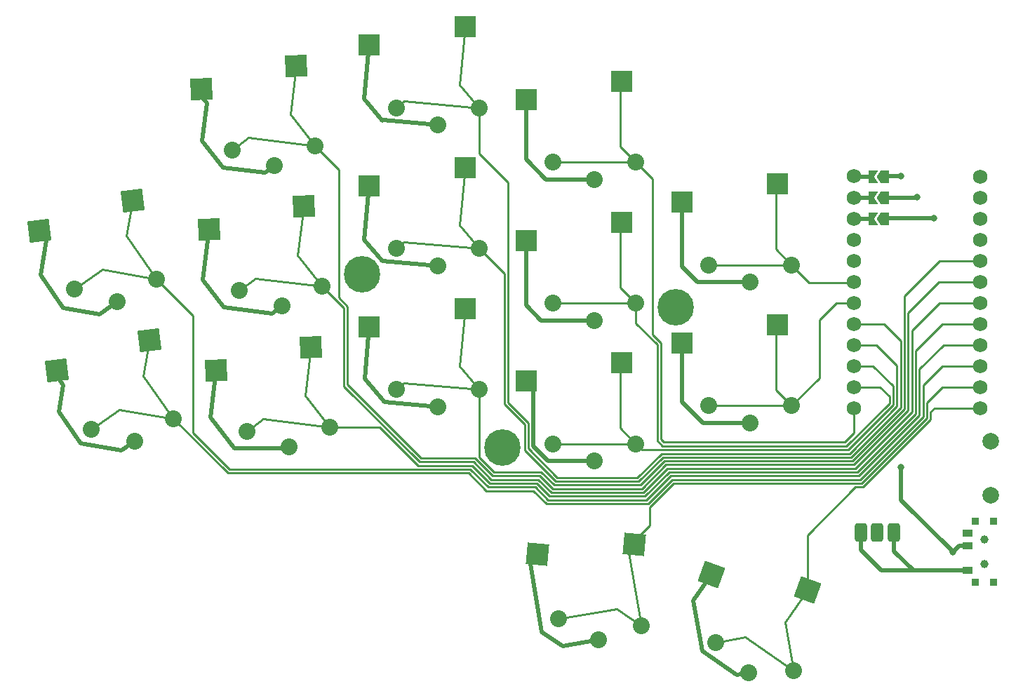
<source format=gtl>
%TF.GenerationSoftware,KiCad,Pcbnew,(6.0.4-0)*%
%TF.CreationDate,2022-05-17T19:51:51+02:00*%
%TF.ProjectId,battoota,62617474-6f6f-4746-912e-6b696361645f,v1.0.0*%
%TF.SameCoordinates,Original*%
%TF.FileFunction,Copper,L1,Top*%
%TF.FilePolarity,Positive*%
%FSLAX46Y46*%
G04 Gerber Fmt 4.6, Leading zero omitted, Abs format (unit mm)*
G04 Created by KiCad (PCBNEW (6.0.4-0)) date 2022-05-17 19:51:51*
%MOMM*%
%LPD*%
G01*
G04 APERTURE LIST*
G04 Aperture macros list*
%AMRoundRect*
0 Rectangle with rounded corners*
0 $1 Rounding radius*
0 $2 $3 $4 $5 $6 $7 $8 $9 X,Y pos of 4 corners*
0 Add a 4 corners polygon primitive as box body*
4,1,4,$2,$3,$4,$5,$6,$7,$8,$9,$2,$3,0*
0 Add four circle primitives for the rounded corners*
1,1,$1+$1,$2,$3*
1,1,$1+$1,$4,$5*
1,1,$1+$1,$6,$7*
1,1,$1+$1,$8,$9*
0 Add four rect primitives between the rounded corners*
20,1,$1+$1,$2,$3,$4,$5,0*
20,1,$1+$1,$4,$5,$6,$7,0*
20,1,$1+$1,$6,$7,$8,$9,0*
20,1,$1+$1,$8,$9,$2,$3,0*%
%AMRotRect*
0 Rectangle, with rotation*
0 The origin of the aperture is its center*
0 $1 length*
0 $2 width*
0 $3 Rotation angle, in degrees counterclockwise*
0 Add horizontal line*
21,1,$1,$2,0,0,$3*%
%AMFreePoly0*
4,1,6,0.500000,-0.750000,-0.650000,-0.750000,-0.150000,0.000000,-0.650000,0.750000,0.500000,0.750000,0.500000,-0.750000,0.500000,-0.750000,$1*%
%AMFreePoly1*
4,1,6,1.000000,0.000000,0.500000,-0.750000,-0.500000,-0.750000,-0.500000,0.750000,0.500000,0.750000,1.000000,0.000000,1.000000,0.000000,$1*%
G04 Aperture macros list end*
%TA.AperFunction,SMDPad,CuDef*%
%ADD10R,0.900000X0.900000*%
%TD*%
%TA.AperFunction,SMDPad,CuDef*%
%ADD11R,1.250000X0.900000*%
%TD*%
%TA.AperFunction,ComponentPad*%
%ADD12RoundRect,0.375000X-0.375000X-0.750000X0.375000X-0.750000X0.375000X0.750000X-0.375000X0.750000X0*%
%TD*%
%TA.AperFunction,ComponentPad*%
%ADD13C,2.000000*%
%TD*%
%TA.AperFunction,SMDPad,CuDef*%
%ADD14RotRect,2.600000X2.600000X3.000000*%
%TD*%
%TA.AperFunction,ComponentPad*%
%ADD15C,2.032000*%
%TD*%
%TA.AperFunction,SMDPad,CuDef*%
%ADD16R,2.600000X2.600000*%
%TD*%
%TA.AperFunction,SMDPad,CuDef*%
%ADD17RotRect,2.600000X2.600000X340.000000*%
%TD*%
%TA.AperFunction,WasherPad*%
%ADD18C,1.000000*%
%TD*%
%TA.AperFunction,SMDPad,CuDef*%
%ADD19RotRect,2.600000X2.600000X7.000000*%
%TD*%
%TA.AperFunction,SMDPad,CuDef*%
%ADD20RotRect,2.600000X2.600000X355.000000*%
%TD*%
%TA.AperFunction,ComponentPad*%
%ADD21C,1.752600*%
%TD*%
%TA.AperFunction,SMDPad,CuDef*%
%ADD22FreePoly0,180.000000*%
%TD*%
%TA.AperFunction,SMDPad,CuDef*%
%ADD23R,1.524000X0.500000*%
%TD*%
%TA.AperFunction,SMDPad,CuDef*%
%ADD24FreePoly1,180.000000*%
%TD*%
%TA.AperFunction,ComponentPad*%
%ADD25C,4.400000*%
%TD*%
%TA.AperFunction,ViaPad*%
%ADD26C,0.800000*%
%TD*%
%TA.AperFunction,Conductor*%
%ADD27C,0.250000*%
%TD*%
%TA.AperFunction,Conductor*%
%ADD28C,0.500000*%
%TD*%
G04 APERTURE END LIST*
D10*
%TO.P,T1,*%
%TO.N,*%
X161400140Y52144619D03*
X163600140Y59544619D03*
X163600140Y52144619D03*
X161400140Y59544619D03*
D11*
%TO.P,T1,1*%
%TO.N,Braw*%
X160425140Y53594619D03*
%TO.P,T1,2*%
%TO.N,RAW*%
X160425140Y56594619D03*
%TO.P,T1,3*%
%TO.N,N/C*%
X160425140Y58094619D03*
%TD*%
D12*
%TO.P,PAD1,1*%
%TO.N,Braw*%
X151545396Y58163682D03*
%TO.P,PAD1,2*%
%TO.N,GND*%
X149545396Y58163682D03*
%TO.P,PAD1,3*%
%TO.N,Braw*%
X147545396Y58163682D03*
%TD*%
D13*
%TO.P,B1,1*%
%TO.N,RST*%
X163203191Y69152519D03*
%TO.P,B1,2*%
%TO.N,GND*%
X163203191Y62652519D03*
%TD*%
D14*
%TO.P,S11,2*%
%TO.N,GND*%
X68013088Y111700252D03*
%TO.P,S11,1*%
%TO.N,P3*%
X79432120Y114501717D03*
%TD*%
D15*
%TO.P,S34,1*%
%TO.N,P9*%
X130012277Y44909938D03*
X139409204Y41489736D03*
%TO.P,S34,2*%
%TO.N,GND*%
X133992498Y41226483D03*
X133992498Y41226483D03*
%TD*%
D16*
%TO.P,S15,1*%
%TO.N,P18*%
X99770817Y102196989D03*
%TO.P,S15,2*%
%TO.N,GND*%
X88220817Y99996989D03*
%TD*%
%TO.P,S21,1*%
%TO.N,P16*%
X118686087Y95636017D03*
%TO.P,S21,2*%
%TO.N,GND*%
X107136087Y93436017D03*
%TD*%
D15*
%TO.P,S8,2*%
%TO.N,GND*%
X78561213Y68543153D03*
X78561213Y68543153D03*
%TO.P,S8,1*%
%TO.N,P5*%
X83444455Y70901955D03*
X73458160Y70378595D03*
%TD*%
%TO.P,S14,1*%
%TO.N,P2*%
X91495817Y75446989D03*
X101495817Y75446989D03*
%TO.P,S14,2*%
%TO.N,GND*%
X96495817Y73346989D03*
X96495817Y73346989D03*
%TD*%
%TO.P,S20,1*%
%TO.N,P14*%
X120411087Y68886017D03*
X110411087Y68886017D03*
%TO.P,S20,2*%
%TO.N,GND*%
X115411087Y66786017D03*
X115411087Y66786017D03*
%TD*%
%TO.P,S28,1*%
%TO.N,P19*%
X129218280Y73478852D03*
X139218280Y73478852D03*
%TO.P,S28,2*%
%TO.N,GND*%
X134218280Y71378852D03*
X134218280Y71378852D03*
%TD*%
D16*
%TO.P,S29,1*%
%TO.N,P20*%
X137493280Y100228852D03*
%TO.P,S29,2*%
%TO.N,GND*%
X125943280Y98028852D03*
%TD*%
D17*
%TO.P,S33,1*%
%TO.N,P9*%
X141122930Y51241724D03*
%TO.P,S33,2*%
%TO.N,GND*%
X129517036Y53124733D03*
%TD*%
D14*
%TO.P,S7,2*%
%TO.N,GND*%
X69792512Y77746848D03*
%TO.P,S7,1*%
%TO.N,P5*%
X81211544Y80548313D03*
%TD*%
D18*
%TO.P,T2,*%
%TO.N,*%
X162500140Y57344619D03*
X162500140Y54344619D03*
%TD*%
D19*
%TO.P,S5,1*%
%TO.N,P6*%
X59650348Y98218960D03*
%TO.P,S5,2*%
%TO.N,GND*%
X48454553Y94627767D03*
%TD*%
D16*
%TO.P,S27,1*%
%TO.N,P19*%
X137493280Y83228852D03*
%TO.P,S27,2*%
%TO.N,GND*%
X125943280Y81028852D03*
%TD*%
D14*
%TO.P,S9,2*%
%TO.N,GND*%
X68902800Y94723550D03*
%TO.P,S9,1*%
%TO.N,P4*%
X80321832Y97525015D03*
%TD*%
D15*
%TO.P,S16,1*%
%TO.N,P18*%
X101495817Y92446989D03*
X91495817Y92446989D03*
%TO.P,S16,2*%
%TO.N,GND*%
X96495817Y90346989D03*
X96495817Y90346989D03*
%TD*%
%TO.P,S30,1*%
%TO.N,P20*%
X139218280Y90478852D03*
X129218280Y90478852D03*
%TO.P,S30,2*%
%TO.N,GND*%
X134218280Y88378852D03*
X134218280Y88378852D03*
%TD*%
D16*
%TO.P,S13,1*%
%TO.N,P2*%
X99770817Y85196989D03*
%TO.P,S13,2*%
%TO.N,GND*%
X88220817Y82996989D03*
%TD*%
D15*
%TO.P,S24,1*%
%TO.N,P10*%
X110411087Y102886017D03*
X120411087Y102886017D03*
%TO.P,S24,2*%
%TO.N,GND*%
X115411087Y100786017D03*
X115411087Y100786017D03*
%TD*%
D16*
%TO.P,S17,1*%
%TO.N,P15*%
X99770818Y119196989D03*
%TO.P,S17,2*%
%TO.N,GND*%
X88220818Y116996989D03*
%TD*%
D15*
%TO.P,S4,2*%
%TO.N,GND*%
X59915690Y69184880D03*
X59915690Y69184880D03*
%TO.P,S4,1*%
%TO.N,P7*%
X64622495Y71878573D03*
X54697034Y70659880D03*
%TD*%
%TO.P,S10,2*%
%TO.N,GND*%
X77671501Y85519855D03*
X77671501Y85519855D03*
%TO.P,S10,1*%
%TO.N,P4*%
X82554743Y87878657D03*
X72568448Y87355297D03*
%TD*%
%TO.P,S22,1*%
%TO.N,P16*%
X110411087Y85886017D03*
X120411087Y85886017D03*
%TO.P,S22,2*%
%TO.N,GND*%
X115411087Y83786017D03*
X115411087Y83786017D03*
%TD*%
D20*
%TO.P,S31,1*%
%TO.N,P8*%
X120202198Y56755443D03*
%TO.P,S31,2*%
%TO.N,GND*%
X108504407Y55570464D03*
%TD*%
D21*
%TO.P,MCU1,*%
%TO.N,*%
X161977213Y98602542D03*
D22*
X148993690Y98602542D03*
X148993690Y101142542D03*
D23*
X148068690Y96062542D03*
D21*
X161977213Y96062542D03*
X146737213Y96062542D03*
D23*
X148068690Y101142542D03*
D22*
X148993690Y96062542D03*
D23*
X148068690Y98602542D03*
D21*
X146737213Y101226288D03*
X161977213Y101142542D03*
X146737213Y98602542D03*
D24*
%TO.P,MCU1,1*%
%TO.N,RAW*%
X150443690Y101142542D03*
%TO.P,MCU1,2*%
%TO.N,GND*%
X150443690Y98602542D03*
%TO.P,MCU1,3*%
%TO.N,RST*%
X150443690Y96062542D03*
D21*
%TO.P,MCU1,4*%
%TO.N,N/C*%
X146737213Y93522542D03*
%TO.P,MCU1,5*%
%TO.N,P21*%
X146737213Y90982542D03*
%TO.P,MCU1,6*%
%TO.N,P20*%
X146737213Y88442542D03*
%TO.P,MCU1,7*%
%TO.N,P19*%
X146737213Y85902542D03*
%TO.P,MCU1,8*%
%TO.N,P18*%
X146737213Y83362542D03*
%TO.P,MCU1,9*%
%TO.N,P15*%
X146737213Y80822542D03*
%TO.P,MCU1,10*%
%TO.N,P14*%
X146737213Y78282542D03*
%TO.P,MCU1,11*%
%TO.N,P16*%
X146737213Y75742542D03*
%TO.P,MCU1,12*%
%TO.N,P10*%
X146737213Y73202542D03*
%TO.P,MCU1,16*%
%TO.N,N/C*%
X161977213Y93522542D03*
%TO.P,MCU1,17*%
%TO.N,P2*%
X161977213Y90982542D03*
%TO.P,MCU1,18*%
%TO.N,P3*%
X161977213Y88442542D03*
%TO.P,MCU1,19*%
%TO.N,P4*%
X161977213Y85902542D03*
%TO.P,MCU1,20*%
%TO.N,P5*%
X161977213Y83362542D03*
%TO.P,MCU1,21*%
%TO.N,P6*%
X161977213Y80822542D03*
%TO.P,MCU1,22*%
%TO.N,P7*%
X161977213Y78282542D03*
%TO.P,MCU1,23*%
%TO.N,P8*%
X161977213Y75742542D03*
%TO.P,MCU1,24*%
%TO.N,P9*%
X161977213Y73202542D03*
%TD*%
D19*
%TO.P,S3,1*%
%TO.N,P7*%
X61722127Y81345674D03*
%TO.P,S3,2*%
%TO.N,GND*%
X50526332Y77754481D03*
%TD*%
D15*
%TO.P,S32,1*%
%TO.N,P8*%
X121070866Y46892201D03*
X111108919Y47763759D03*
%TO.P,S32,2*%
%TO.N,GND*%
X115906865Y45235971D03*
X115906865Y45235971D03*
%TD*%
D25*
%TO.P,REF\u002A\u002A,1*%
%TO.N,N/C*%
X104279037Y68433484D03*
X125215946Y85387859D03*
X87324662Y89370393D03*
%TD*%
D15*
%TO.P,S12,2*%
%TO.N,GND*%
X76781789Y102496557D03*
X76781789Y102496557D03*
%TO.P,S12,1*%
%TO.N,P3*%
X71678736Y104331999D03*
X81665031Y104855359D03*
%TD*%
D16*
%TO.P,S23,1*%
%TO.N,P10*%
X118686087Y112636017D03*
%TO.P,S23,2*%
%TO.N,GND*%
X107136087Y110436017D03*
%TD*%
D15*
%TO.P,S6,1*%
%TO.N,P6*%
X52625255Y87533166D03*
X62550716Y88751859D03*
%TO.P,S6,2*%
%TO.N,GND*%
X57843911Y86058166D03*
X57843911Y86058166D03*
%TD*%
D16*
%TO.P,S19,1*%
%TO.N,P14*%
X118686087Y78636017D03*
%TO.P,S19,2*%
%TO.N,GND*%
X107136087Y76436017D03*
%TD*%
D15*
%TO.P,S18,1*%
%TO.N,P15*%
X91495818Y109446989D03*
X101495818Y109446989D03*
%TO.P,S18,2*%
%TO.N,GND*%
X96495818Y107346989D03*
X96495818Y107346989D03*
%TD*%
D26*
%TO.N,GND*%
X154304587Y98650426D03*
%TO.N,RAW*%
X158661253Y55844619D03*
X152400000Y66040000D03*
X152400000Y101213143D03*
%TO.N,RST*%
X156389782Y96106346D03*
%TD*%
D27*
%TO.N,P6*%
X161977213Y80822542D02*
X157527339Y80822542D01*
X157527339Y80822542D02*
X154628374Y77923577D01*
X154628374Y77923577D02*
X154628374Y72346106D01*
X154628374Y72346106D02*
X147293059Y65010791D01*
X147293059Y65010791D02*
X124592825Y65010791D01*
X124592825Y65010791D02*
X121686138Y62104105D01*
X121686138Y62104105D02*
X109813674Y62104105D01*
X109813674Y62104105D02*
X108250914Y63666865D01*
X108250914Y63666865D02*
X102561997Y63666865D01*
X102561997Y63666865D02*
X100432043Y65796819D01*
X100432043Y65796819D02*
X87231438Y65796819D01*
X87231438Y65796819D02*
X87223486Y65788867D01*
X87223486Y65788867D02*
X71347919Y65788867D01*
X71347919Y65788867D02*
X66961374Y70175412D01*
X66961374Y70175412D02*
X66961374Y84341201D01*
X66961374Y84341201D02*
X62550716Y88751859D01*
%TO.N,P7*%
X161977213Y78282542D02*
X157360570Y78282542D01*
X102375799Y63217345D02*
X100245845Y65347299D01*
X155077894Y75999866D02*
X155077894Y72159908D01*
X155077894Y72159908D02*
X147479257Y64561271D01*
X147479257Y64561271D02*
X124779022Y64561271D01*
X124779022Y64561271D02*
X121872335Y61654585D01*
X121872335Y61654585D02*
X109627476Y61654585D01*
X108064716Y63217345D02*
X102375799Y63217345D01*
X109627476Y61654585D02*
X108064716Y63217345D01*
X100245845Y65347299D02*
X87417636Y65347299D01*
X157360570Y78282542D02*
X155077894Y75999866D01*
X87417636Y65347299D02*
X87409683Y65339347D01*
X87409683Y65339347D02*
X71161721Y65339347D01*
X71161721Y65339347D02*
X64622495Y71878573D01*
%TO.N,P3*%
X84528479Y101991911D02*
X84528479Y86540639D01*
X84528479Y86540639D02*
X85613225Y85455892D01*
X85613225Y85455892D02*
X85613225Y76021699D01*
X156988586Y88442542D02*
X161977213Y88442542D01*
X81665031Y104855359D02*
X84528479Y101991911D01*
X85613225Y76021699D02*
X94489545Y67145379D01*
X94489545Y67145379D02*
X100990636Y67145379D01*
X146734466Y66359351D02*
X153249052Y72873937D01*
X100990636Y67145379D02*
X103120590Y65015425D01*
X103120590Y65015425D02*
X108809508Y65015425D01*
X121127543Y63452665D02*
X124034230Y66359351D01*
X110372268Y63452665D02*
X121127543Y63452665D01*
X108809508Y65015425D02*
X110372268Y63452665D01*
X124034230Y66359351D02*
X146734466Y66359351D01*
X153249052Y72873937D02*
X153249052Y84703008D01*
X153249052Y84703008D02*
X156988586Y88442542D01*
%TO.N,P4*%
X85163705Y75835501D02*
X94303347Y66695859D01*
X94303347Y66695859D02*
X100804437Y66695859D01*
X85163705Y85269695D02*
X85163705Y75835501D01*
X82554743Y87878657D02*
X85163705Y85269695D01*
X100804437Y66695859D02*
X102934392Y64565905D01*
X102934392Y64565905D02*
X108623311Y64565905D01*
X108623311Y64565905D02*
X110186071Y63003145D01*
X110186071Y63003145D02*
X121313741Y63003145D01*
X121313741Y63003145D02*
X124220427Y65909831D01*
X124220427Y65909831D02*
X146920664Y65909831D01*
X146920664Y65909831D02*
X153729334Y72718501D01*
X153729334Y72718501D02*
X153729334Y82609334D01*
X153729334Y82609334D02*
X157022542Y85902542D01*
X157022542Y85902542D02*
X161977213Y85902542D01*
%TO.N,P5*%
X124406628Y65460311D02*
X147106862Y65460311D01*
X108437111Y64116385D02*
X109999871Y62553625D01*
X94106829Y66246339D02*
X100618241Y66246339D01*
X100618241Y66246339D02*
X102748195Y64116385D01*
X102748195Y64116385D02*
X108437111Y64116385D01*
X109999871Y62553625D02*
X121499941Y62553625D01*
X121499941Y62553625D02*
X124406628Y65460311D01*
X83444455Y70901955D02*
X89451213Y70901955D01*
X147106862Y65460311D02*
X154178854Y72532303D01*
X89451213Y70901955D02*
X94106829Y66246339D01*
X154178854Y72532303D02*
X154178854Y80140845D01*
X154178854Y80140845D02*
X157383378Y83345369D01*
X157383378Y83345369D02*
X161960040Y83345369D01*
D28*
%TO.N,GND*%
X78561213Y68543153D02*
X78345227Y68327167D01*
X78345227Y68327167D02*
X71983484Y68327167D01*
X71983484Y68327167D02*
X69090563Y72029937D01*
X69090563Y72029937D02*
X69792510Y77746847D01*
D27*
%TO.N,P6*%
X62550717Y88751859D02*
X56012252Y89904766D01*
X59650347Y98218960D02*
X58900295Y93965200D01*
X56012252Y89904766D02*
X52625255Y87533165D01*
X58900295Y93965200D02*
X62550717Y88751859D01*
D28*
%TO.N,GND*%
X68612841Y110035403D02*
X67917887Y110924904D01*
X96495817Y73346988D02*
X90063534Y73909740D01*
X134218280Y88378852D02*
X127851901Y88378852D01*
X68049859Y105450277D02*
X68612841Y110035403D01*
X128490798Y71378852D02*
X125943280Y73926370D01*
X77671501Y85519854D02*
X76539256Y84635248D01*
X125943280Y90287473D02*
X125943280Y98028852D01*
X67917887Y110924904D02*
X68013088Y111700252D01*
X70560498Y102236807D02*
X68049859Y105450277D01*
X76539256Y84635248D02*
X70720705Y85349675D01*
X107989666Y75582438D02*
X107136087Y76436017D01*
X90063534Y73909740D02*
X87674843Y76756471D01*
X51337187Y75934363D02*
X50433071Y77225576D01*
X128386883Y43911271D02*
X127316454Y49981975D01*
X109079387Y46196962D02*
X107643404Y54340825D01*
X115411087Y66786017D02*
X109815760Y66786017D01*
X59915689Y69184882D02*
X58361781Y68096822D01*
X109815760Y66786017D02*
X107989666Y68612111D01*
X115411087Y83786017D02*
X108973745Y83786017D01*
X58361781Y68096822D02*
X53380213Y68975207D01*
X75649545Y101611950D02*
X70560498Y102236807D01*
X115906865Y45235972D02*
X111549180Y44467594D01*
X53380213Y68975207D02*
X50767929Y72705933D01*
X134218280Y71378852D02*
X128490798Y71378852D01*
X107136087Y103216201D02*
X107136087Y110436017D01*
X89868208Y107926829D02*
X89834546Y107898584D01*
X96495818Y107346989D02*
X89868208Y107926829D01*
X115411087Y100786017D02*
X109566271Y100786017D01*
X70720705Y85349675D02*
X68155044Y88633572D01*
X87651732Y93492315D02*
X88220817Y99996988D01*
X68155044Y88633572D02*
X68902800Y94723550D01*
X50433071Y77225576D02*
X50526331Y77754482D01*
X127316454Y49981975D02*
X129517036Y53124733D01*
X111549180Y44467594D02*
X109079387Y46196962D01*
X132577487Y40976978D02*
X128386883Y43911271D01*
X107989666Y68612111D02*
X107989666Y75582438D01*
X154256703Y98602542D02*
X150443690Y98602542D01*
X108153560Y76015027D02*
X107136087Y77032500D01*
X109566271Y100786017D02*
X107136087Y103216201D01*
X96495817Y90346988D02*
X89799377Y90932851D01*
X51281155Y85317036D02*
X48548686Y89219407D01*
X87674843Y76756471D02*
X88220817Y82996988D01*
X89799377Y90932851D02*
X87651732Y93492315D01*
X108973745Y83786017D02*
X107136087Y85623675D01*
X154304587Y98650426D02*
X154256703Y98602542D01*
X127851901Y88378852D02*
X125943280Y90287473D01*
X48548686Y89219407D02*
X49291551Y93432407D01*
X89834546Y107898584D02*
X87652338Y110499238D01*
X57843910Y86058165D02*
X55678200Y84541717D01*
X76781790Y102496557D02*
X75649545Y101611950D01*
X133992498Y41226483D02*
X132577487Y40976978D01*
X55678200Y84541717D02*
X51281155Y85317036D01*
X107136087Y85623675D02*
X107136087Y93436017D01*
X49291551Y93432407D02*
X48454552Y94627767D01*
X50767929Y72705933D02*
X51337187Y75934363D01*
X125943280Y73926370D02*
X125943280Y81028852D01*
X87652338Y110499238D02*
X88220818Y116996988D01*
D27*
%TO.N,P5*%
X80491238Y74681899D02*
X83444455Y70901954D01*
X83444455Y70901954D02*
X75393320Y71890508D01*
X81211543Y80548313D02*
X80491238Y74681899D01*
X75393320Y71890508D02*
X73458159Y70378596D01*
%TO.N,P4*%
X79601527Y91658601D02*
X82554743Y87878656D01*
X80321832Y97525016D02*
X79601527Y91658601D01*
X82554743Y87878656D02*
X74503609Y88867212D01*
X74503609Y88867212D02*
X72568448Y87355298D01*
%TO.N,P3*%
X73613898Y105843914D02*
X71678736Y104332000D01*
X79432121Y114501718D02*
X78711815Y108635304D01*
X81665032Y104855358D02*
X73613898Y105843914D01*
X78711815Y108635304D02*
X81665032Y104855358D01*
%TO.N,P2*%
X92440020Y76239268D02*
X91495817Y75446988D01*
X123848033Y66808871D02*
X146548268Y66808871D01*
X152799532Y86738477D02*
X157043597Y90982542D01*
X108995705Y65464945D02*
X110558465Y63902185D01*
X101495817Y75446989D02*
X99161220Y78229254D01*
X99161220Y78229254D02*
X99770817Y85196989D01*
X146548268Y66808871D02*
X152799532Y73060135D01*
X110558465Y63902185D02*
X120941347Y63902185D01*
X120941347Y63902185D02*
X123848033Y66808871D01*
X103306786Y65464945D02*
X108995705Y65464945D01*
X157043597Y90982542D02*
X161977213Y90982542D01*
X101495817Y75446989D02*
X92440020Y76239268D01*
X101495817Y67275914D02*
X103306786Y65464945D01*
X101495817Y75446989D02*
X101495817Y67275914D01*
X152799532Y73060135D02*
X152799532Y86738477D01*
%TO.N,P18*%
X120755149Y64351705D02*
X123661836Y67258391D01*
X146362070Y67258391D02*
X152350012Y73246333D01*
X152350012Y81329988D02*
X150317458Y83362542D01*
X104528680Y89414126D02*
X104528680Y73670546D01*
X101495817Y92446989D02*
X92440019Y93239269D01*
X99161219Y95229254D02*
X101495817Y92446989D01*
X106965626Y68130741D02*
X110744662Y64351705D01*
X106965626Y71233600D02*
X106965626Y68130741D01*
X150317458Y83362542D02*
X146737213Y83362542D01*
X152350012Y73246333D02*
X152350012Y81329988D01*
X104528680Y73670546D02*
X106965626Y71233600D01*
X99770817Y102196989D02*
X99161219Y95229254D01*
X101495817Y92446989D02*
X104528680Y89414126D01*
X110744662Y64351705D02*
X120755149Y64351705D01*
X92440019Y93239269D02*
X91495817Y92446988D01*
X123661836Y67258391D02*
X146362070Y67258391D01*
%TO.N,P15*%
X123475639Y67707911D02*
X146175872Y67707911D01*
X120568951Y64801225D02*
X123475639Y67707911D01*
X104978200Y73856742D02*
X107415146Y71419797D01*
X99770818Y119196989D02*
X99161220Y112229254D01*
X107415146Y68316938D02*
X110930859Y64801225D01*
X101495818Y109446989D02*
X101495818Y103938308D01*
X146175872Y67707911D02*
X151900492Y73432531D01*
X151900492Y73432531D02*
X151900492Y78376564D01*
X92440020Y110239269D02*
X91495817Y109446988D01*
X151900492Y78376564D02*
X149454514Y80822542D01*
X104978200Y100455926D02*
X104978200Y73856742D01*
X101495818Y103938308D02*
X104978200Y100455926D01*
X149454514Y80822542D02*
X146737213Y80822542D01*
X110930859Y64801225D02*
X120568951Y64801225D01*
X107415146Y71419797D02*
X107415146Y68316938D01*
X101495817Y109446989D02*
X92440020Y110239269D01*
X99161220Y112229254D02*
X101495817Y109446989D01*
%TO.N,P14*%
X151450972Y75858105D02*
X151450972Y73618729D01*
X151450972Y73618729D02*
X146001033Y68168790D01*
X120411087Y68886017D02*
X110411087Y68886017D01*
X118536566Y78486496D02*
X118536566Y70760538D01*
X121128314Y68168790D02*
X120411087Y68886017D01*
X146737213Y78282542D02*
X149026535Y78282542D01*
X149026535Y78282542D02*
X151450972Y75858105D01*
X118536566Y70760538D02*
X120411087Y68886017D01*
X146001033Y68168790D02*
X121128314Y68168790D01*
X118686087Y78636017D02*
X118536566Y78486496D01*
%TO.N,P16*%
X118536566Y87760538D02*
X120411087Y85886017D01*
X122966194Y69259780D02*
X123607665Y68618310D01*
X110411087Y85886017D02*
X120411087Y85886017D01*
X123607665Y68618310D02*
X145814835Y68618310D01*
X118536566Y95486496D02*
X118536566Y87760538D01*
X151001452Y73804926D02*
X151001452Y74601090D01*
X145814835Y68618310D02*
X151001452Y73804926D01*
X151001452Y74601090D02*
X149860000Y75742542D01*
X149860000Y75742542D02*
X146737213Y75742542D01*
X120411087Y85886017D02*
X120411087Y83431958D01*
X118686087Y95636017D02*
X118536566Y95486496D01*
X122966194Y80876851D02*
X122966194Y69259780D01*
X120411087Y83431958D02*
X122966194Y80876851D01*
%TO.N,P10*%
X118536566Y112486496D02*
X118536566Y104760538D01*
X122404871Y100892233D02*
X122404871Y82073892D01*
X122404871Y82073892D02*
X123415714Y81063048D01*
X123415714Y81063048D02*
X123415714Y69445978D01*
X120411087Y102886017D02*
X110411087Y102886017D01*
X145628638Y69067830D02*
X146737213Y70176405D01*
X118686087Y112636017D02*
X118536566Y112486496D01*
X123415714Y69445978D02*
X123793862Y69067830D01*
X120411087Y102886017D02*
X122404871Y100892233D01*
X123793862Y69067830D02*
X145628638Y69067830D01*
X146737213Y70176405D02*
X146737213Y73202542D01*
X118536566Y104760538D02*
X120411087Y102886017D01*
%TO.N,P19*%
X144607863Y85902542D02*
X146737213Y85902542D01*
X137343759Y75353373D02*
X137343759Y83079331D01*
X142540891Y83835570D02*
X144607863Y85902542D01*
X142540891Y76801463D02*
X142540891Y83835570D01*
X139218280Y73478852D02*
X137343759Y75353373D01*
X137343759Y83079331D02*
X137493280Y83228852D01*
X139218280Y73478852D02*
X142540891Y76801463D01*
X129218280Y73478852D02*
X139218280Y73478852D01*
%TO.N,P20*%
X141329875Y88367257D02*
X146661928Y88367257D01*
X139218280Y90478852D02*
X141329875Y88367257D01*
X137343759Y92353373D02*
X137343759Y100079331D01*
X137343759Y100079331D02*
X137493280Y100228852D01*
X139218280Y90478852D02*
X137343759Y92353373D01*
X146661928Y88367257D02*
X146737213Y88442542D01*
X129218280Y90478852D02*
X139218280Y90478852D01*
%TO.N,P7*%
X60972074Y77091915D02*
X64622494Y71878574D01*
X64622494Y71878574D02*
X58084032Y73031481D01*
X58084032Y73031481D02*
X54697033Y70659879D01*
X61722126Y81345674D02*
X60972074Y77091915D01*
%TO.N,P8*%
X155527414Y73853023D02*
X155527414Y71973710D01*
X122087342Y61233873D02*
X122087342Y59028778D01*
X118072562Y48991637D02*
X111108918Y47763759D01*
X157416933Y75742542D02*
X155527414Y73853023D01*
X121070866Y46892202D02*
X118072562Y48991637D01*
X120202198Y57143634D02*
X120202198Y56755443D01*
X147665454Y64111751D02*
X124965220Y64111751D01*
X122087342Y59028778D02*
X120202198Y57143634D01*
X124965220Y64111751D02*
X122087342Y61233873D01*
X161977213Y75742542D02*
X157416933Y75742542D01*
X119506821Y55762341D02*
X121070866Y46892202D01*
X155527414Y71973710D02*
X147665454Y64111751D01*
%TO.N,P9*%
X141122930Y57862087D02*
X141122930Y51241724D01*
X146923074Y63662231D02*
X141122930Y57862087D01*
X155976934Y72716091D02*
X155976934Y71787514D01*
X156463385Y73202542D02*
X155976934Y72716091D01*
X133616924Y45545534D02*
X130012277Y44909937D01*
X141122930Y51241724D02*
X138380313Y47324862D01*
X155976934Y71787514D02*
X147851651Y63662231D01*
X139409203Y41489736D02*
X133616924Y45545534D01*
X161977213Y73202542D02*
X156463385Y73202542D01*
X147851651Y63662231D02*
X146923074Y63662231D01*
X138380313Y47324862D02*
X139409203Y41489736D01*
D28*
%TO.N,RAW*%
X152400000Y62118371D02*
X158661253Y55857118D01*
X152372041Y101185184D02*
X150419502Y101185184D01*
X152400000Y101213143D02*
X152372041Y101185184D01*
X158661253Y55857118D02*
X158661253Y55844619D01*
X159411253Y56594619D02*
X160425140Y56594619D01*
X152400000Y66040000D02*
X152400000Y62118371D01*
X158661253Y55844619D02*
X159411253Y56594619D01*
%TO.N,RST*%
X150466332Y96085184D02*
X150443690Y96062542D01*
X156389782Y96106346D02*
X156368620Y96085184D01*
X156368620Y96085184D02*
X150466332Y96085184D01*
%TO.N,Braw*%
X149987226Y53594619D02*
X147545396Y56036449D01*
X160425140Y53594619D02*
X149987226Y53594619D01*
X151545396Y55929571D02*
X153880348Y53594619D01*
X147545396Y56036449D02*
X147545396Y58163682D01*
X153880348Y53594619D02*
X160425140Y53594619D01*
X151545396Y58163682D02*
X151545396Y55929571D01*
%TD*%
M02*

</source>
